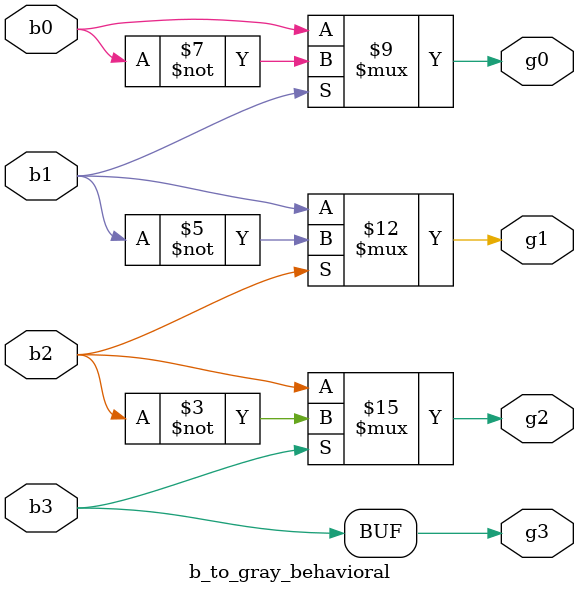
<source format=v>
/*
*	M. Todorov 2021
*/

`timescale 1ns / 1ps

module 	b_to_gray_behavioral
	(
		input 		b3,
		input 		b2,
		input 		b1,
		input 		b0,

		output reg 	g3,
		output reg	g2,
		output reg	g1,
		output reg  g0
	);
  
  
  always @ (b3 or b2 or b1 or b0) begin
	  		
	  					g3 =  b3;

	  if (b3 == 1'b1) 	g2 = ~b2;             
	  else				g2 =  b2;
	  
	  if (b2 == 1'b1) 	g1 = ~b1;             
	  else				g1 =  b1;
	  
	  if (b1 == 1'b1) 	g0 = ~b0;             
	  else				g0 =  b0;
	  
	end

endmodule
</source>
